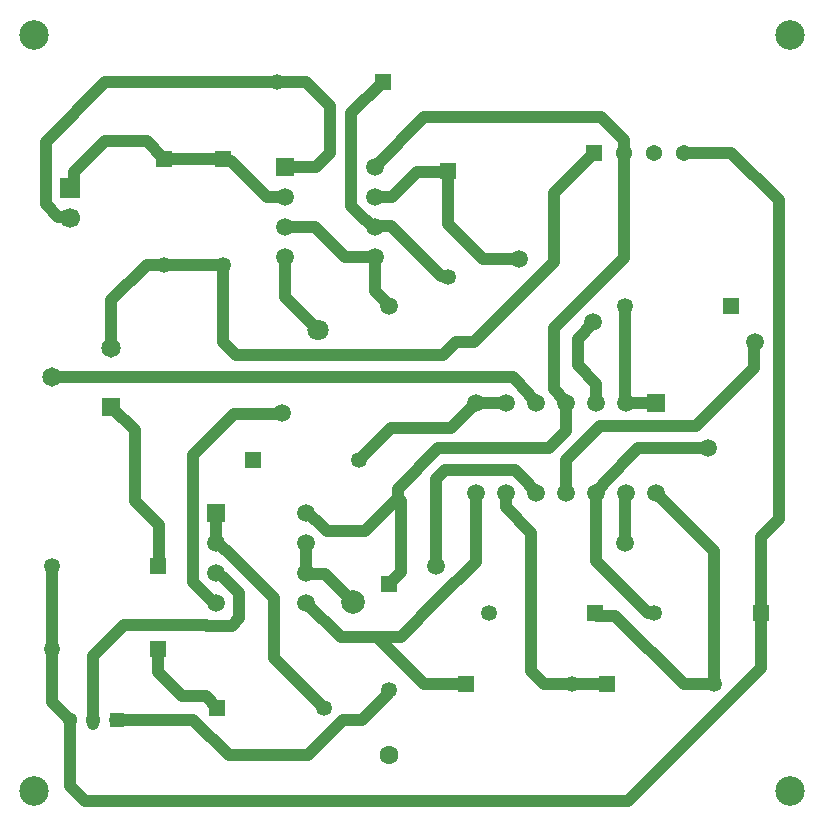
<source format=gbl>
G04*
G04 #@! TF.GenerationSoftware,Altium Limited,Altium Designer,23.1.1 (15)*
G04*
G04 Layer_Physical_Order=2*
G04 Layer_Color=16711680*
%FSLAX44Y44*%
%MOMM*%
G71*
G04*
G04 #@! TF.SameCoordinates,A873AAFA-6C65-4712-A0E8-E9F7B2878B64*
G04*
G04*
G04 #@! TF.FilePolarity,Positive*
G04*
G01*
G75*
%ADD28R,1.3000X1.3000*%
%ADD29C,1.3000*%
%ADD33C,1.0000*%
%ADD34C,1.5000*%
%ADD35R,1.5000X1.5000*%
%ADD36R,1.5000X1.5000*%
%ADD37C,1.3500*%
%ADD38R,1.3500X1.3500*%
%ADD39C,1.3700*%
%ADD40R,1.3700X1.3700*%
%ADD41C,1.7000*%
%ADD42R,1.7000X1.7000*%
%ADD43R,1.3500X1.3500*%
%ADD44C,1.6500*%
%ADD45R,1.6500X1.6500*%
%ADD46C,1.6000*%
%ADD47C,2.5000*%
%ADD48C,1.8000*%
%ADD49C,2.0000*%
D28*
X100000Y90000D02*
D03*
D29*
X80000D02*
D03*
X60000D02*
D03*
D33*
X155000Y110000D02*
X175000D01*
X185000Y100000D01*
X135000Y130000D02*
X155000Y110000D01*
X135000Y130000D02*
Y150000D01*
X261517Y60000D02*
X291517Y90000D01*
X194529Y60000D02*
X261517D01*
X164529Y90000D02*
X194529Y60000D01*
X98500Y90000D02*
X164529D01*
X307674D02*
X329330Y111656D01*
X291517Y90000D02*
X307674D01*
X60000Y33814D02*
X72958Y20856D01*
X45000Y105000D02*
X60000Y90000D01*
Y33814D02*
Y90000D01*
X45000Y105000D02*
Y150000D01*
X80000Y86185D02*
Y144142D01*
X105858Y170000D01*
X532372Y20856D02*
X645000Y133483D01*
X72958Y20856D02*
X532372D01*
X203300Y175858D02*
Y197277D01*
X175723Y169700D02*
X197142D01*
X105858Y170000D02*
X175423D01*
X175723Y169700D01*
X197142D02*
X203300Y175858D01*
X318100Y453253D02*
X330000Y441353D01*
X318100Y453253D02*
Y481900D01*
X330000Y440000D02*
Y441353D01*
X267300Y507300D02*
X292700Y481900D01*
X318100D01*
X530800Y358100D02*
X556200D01*
X554806Y283295D02*
X605000Y233100D01*
Y120000D02*
Y233100D01*
X340000Y160000D02*
X372065Y192065D01*
X320000Y160000D02*
X340000D01*
X371032Y191033D02*
X403800Y223800D01*
Y281900D01*
X370000Y220500D02*
Y294142D01*
X289200Y160000D02*
X320000D01*
X360000Y120000D02*
X395000D01*
X320000Y160000D02*
X360000Y120000D01*
X620000Y570000D02*
X660000Y530000D01*
X645000Y245000D02*
X660000Y260000D01*
Y530000D01*
X470000Y477577D02*
Y536200D01*
X402423Y410000D02*
X470000Y477577D01*
X410000Y480000D02*
X440000D01*
X386958Y410000D02*
X402423D01*
X190000Y410000D02*
X201000Y399000D01*
X375958D02*
X386958Y410000D01*
X241900Y448100D02*
Y481900D01*
X201000Y399000D02*
X375958D01*
X241900Y448100D02*
X270000Y420000D01*
X45000Y380000D02*
X434877D01*
X125000Y580000D02*
X140000Y565000D01*
X90000Y580000D02*
X125000D01*
X63500Y553500D02*
X90000Y580000D01*
X63500Y543500D02*
Y553500D01*
X60000Y540000D02*
X63500Y543500D01*
X189989Y210589D02*
X203300Y197277D01*
X164300Y314300D02*
X199090Y349090D01*
X164300Y206523D02*
X175723Y195100D01*
X164300Y206523D02*
Y314300D01*
X233104Y141896D02*
X275000Y100000D01*
X191877Y234100D02*
X233104Y192873D01*
X191053Y234100D02*
X191877D01*
X185153Y240000D02*
X191053Y234100D01*
X183800Y240000D02*
X185153D01*
X233104Y141896D02*
Y192873D01*
X199090Y349090D02*
X239090D01*
X176547Y195100D02*
X182447Y189200D01*
X175723Y195100D02*
X176547D01*
X182447Y189200D02*
X183800D01*
X239090Y349090D02*
X240000Y350000D01*
X182447Y214600D02*
X183800D01*
X529200Y480717D02*
Y570000D01*
X470000Y421517D02*
X529200Y480717D01*
X529150Y570000D02*
Y580850D01*
X480000Y358100D02*
Y359453D01*
Y334042D02*
Y358100D01*
X639388Y409388D02*
X640000Y410000D01*
X639388Y387500D02*
Y409388D01*
X590488Y338600D02*
X639388Y387500D01*
X541323Y320000D02*
X600000D01*
X543730Y338600D02*
X590488D01*
X511300Y289977D02*
X541323Y320000D01*
X505400Y224600D02*
Y283253D01*
X511300Y289153D02*
Y289977D01*
X505400Y283253D02*
X511300Y289153D01*
X508600Y338600D02*
X543729D01*
X480000Y281900D02*
Y310000D01*
X508600Y338600D01*
X465958Y320000D02*
X480000Y334042D01*
X371816Y320000D02*
X465958D01*
X543729Y338600D02*
X543730Y338600D01*
X530400Y240400D02*
Y281500D01*
X530800Y281900D01*
X530000Y240000D02*
X530400Y240400D01*
X505400Y224600D02*
X549330Y180670D01*
X554330D02*
X555000Y180000D01*
X549330Y180670D02*
X554330D01*
X429200Y269712D02*
X450500Y248412D01*
Y131011D02*
X461511Y120000D01*
X450500Y131011D02*
Y248412D01*
X429200Y269712D02*
Y281900D01*
X337535Y285719D02*
X371816Y320000D01*
X337535Y277535D02*
Y285719D01*
X454600Y281900D02*
Y283253D01*
X370000Y294142D02*
X377258Y301400D01*
X437277D01*
X448700Y289153D02*
Y289977D01*
Y289153D02*
X454600Y283253D01*
X437277Y301400D02*
X448700Y289977D01*
X310000Y250000D02*
X337535Y277535D01*
X461511Y120000D02*
X485000D01*
X505400Y358100D02*
Y374600D01*
X490000Y390000D02*
X505400Y374600D01*
X490000Y390000D02*
Y412587D01*
X503030Y425617D01*
X470000Y370277D02*
Y421517D01*
Y370277D02*
X474100Y366177D01*
Y365353D02*
X480000Y359453D01*
X474100Y365353D02*
Y366177D01*
X503030Y425617D02*
Y426970D01*
X530400Y358500D02*
X530800Y358100D01*
X530000Y440000D02*
X530400Y439600D01*
Y358500D02*
Y439600D01*
X580000Y570000D02*
X620000D01*
X403800Y358100D02*
X429200D01*
X332000Y337000D02*
X382700D01*
X305000Y310000D02*
X332000Y337000D01*
X382700D02*
X403800Y358100D01*
X448700Y365353D02*
Y366177D01*
Y365353D02*
X454600Y359453D01*
X434877Y380000D02*
X448700Y366177D01*
X454600Y358100D02*
Y359453D01*
X380000Y510000D02*
X410000Y480000D01*
X380000Y510000D02*
Y555000D01*
X340000Y215000D02*
Y275071D01*
X330000Y205000D02*
X340000Y215000D01*
X267253Y259500D02*
X268077D01*
X277577Y250000D02*
X310000D01*
X260000Y265400D02*
X261353D01*
X268077Y259500D02*
X277577Y250000D01*
X261353Y265400D02*
X267253Y259500D01*
X260957Y213643D02*
X276357D01*
X300000Y190000D01*
X260000Y214600D02*
X260957Y213643D01*
X260000Y189200D02*
X289200Y160000D01*
X260000Y214600D02*
Y240000D01*
X183800D02*
Y265400D01*
X329330Y111656D02*
Y114330D01*
X330000Y115000D01*
X45000Y150000D02*
Y220000D01*
X115000Y275000D02*
Y335000D01*
X135143Y221607D02*
Y254856D01*
X115000Y275000D02*
X135143Y254856D01*
X95000Y355000D02*
X115000Y335000D01*
X506750Y178250D02*
X521750D01*
X580000Y120000D02*
X605000D01*
X521750Y178250D02*
X580000Y120000D01*
X505000Y180000D02*
X506750Y178250D01*
X645000Y160000D02*
Y180000D01*
Y160000D02*
X645000Y160000D01*
X645000Y180000D02*
Y245000D01*
X470000Y536200D02*
X503800Y570000D01*
X318100Y558325D02*
X359775Y600000D01*
X510000D02*
X529150Y580850D01*
X359775Y600000D02*
X510000D01*
X140000Y475000D02*
X190000D01*
X125000D02*
X140000D01*
X318100Y558100D02*
Y558325D01*
X95000Y405000D02*
Y445000D01*
X125000Y475000D01*
X190000Y410000D02*
Y475000D01*
X196750Y563250D02*
X227300Y532700D01*
X241900D01*
X191750Y563250D02*
X196750D01*
X190000Y565000D02*
X191750Y563250D01*
X39500Y579500D02*
X90000Y630000D01*
X331743Y508257D02*
X374330Y465670D01*
X379330D01*
X380000Y465000D01*
X319057Y508257D02*
X331743D01*
X332700Y532700D02*
X354044Y554044D01*
X318100Y532700D02*
X332700D01*
X354044Y554044D02*
X357946D01*
Y554044D02*
X379043D01*
X310023Y513200D02*
X310847D01*
X316747Y507300D02*
X318100D01*
X310847Y513200D02*
X316747Y507300D01*
X298376Y524847D02*
X310023Y513200D01*
X298376Y524847D02*
Y603376D01*
X268376Y558100D02*
X280000Y569724D01*
X241900Y558100D02*
X268376D01*
X280000Y569724D02*
Y610000D01*
X260000Y630000D02*
X280000Y610000D01*
X318100Y507300D02*
X319057Y508257D01*
X241900Y507300D02*
X267300D01*
X379043Y554044D02*
X380000Y555000D01*
X298376Y603376D02*
X325000Y630000D01*
X235000D02*
X260000D01*
X90000D02*
X235000D01*
X39500Y526530D02*
Y579500D01*
X645000Y133483D02*
Y160000D01*
X485000Y120000D02*
X515000D01*
X39500Y526530D02*
X50090Y515939D01*
X58661D01*
X60000Y514600D01*
X140000Y565000D02*
X190000D01*
X485000Y120000D02*
X485000Y120000D01*
D34*
X403800Y281900D02*
D03*
X429200D02*
D03*
X454600D02*
D03*
X480000D02*
D03*
X505400D02*
D03*
X530800D02*
D03*
X556200D02*
D03*
X403800Y358100D02*
D03*
X429200D02*
D03*
X454600D02*
D03*
X480000D02*
D03*
X505400D02*
D03*
X530800D02*
D03*
X260000Y189200D02*
D03*
Y214600D02*
D03*
Y240000D02*
D03*
Y265400D02*
D03*
X183800Y189200D02*
D03*
Y214600D02*
D03*
Y240000D02*
D03*
X318100Y481900D02*
D03*
Y507300D02*
D03*
Y532700D02*
D03*
Y558100D02*
D03*
X241900Y481900D02*
D03*
Y507300D02*
D03*
Y532700D02*
D03*
X330000Y440000D02*
D03*
X370000Y220500D02*
D03*
X440000Y480000D02*
D03*
X640000Y410000D02*
D03*
X600000Y320000D02*
D03*
X530000Y240000D02*
D03*
X503030Y426970D02*
D03*
X240000Y350000D02*
D03*
D35*
X556200Y358100D02*
D03*
D36*
X183800Y265400D02*
D03*
X241900Y558100D02*
D03*
D37*
X305000Y310000D02*
D03*
X605000Y120000D02*
D03*
X380000Y465000D02*
D03*
X530000Y440000D02*
D03*
X190000Y475000D02*
D03*
X275000Y100000D02*
D03*
X485000Y120000D02*
D03*
X330000Y115000D02*
D03*
X415000Y180000D02*
D03*
X235000Y630000D02*
D03*
X555000Y180000D02*
D03*
X140000Y475000D02*
D03*
X45000Y150000D02*
D03*
Y220000D02*
D03*
D38*
X215000Y310000D02*
D03*
X515000Y120000D02*
D03*
X620000Y440000D02*
D03*
X185000Y100000D02*
D03*
X395000Y120000D02*
D03*
X505000Y180000D02*
D03*
X325000Y630000D02*
D03*
X645000Y180000D02*
D03*
X135000Y150000D02*
D03*
Y220000D02*
D03*
D39*
X580000Y570000D02*
D03*
X554600D02*
D03*
X529200D02*
D03*
D40*
X503800D02*
D03*
D41*
X60000Y514600D02*
D03*
D42*
Y540000D02*
D03*
D43*
X380000Y555000D02*
D03*
X190000Y565000D02*
D03*
X330000Y205000D02*
D03*
X140000Y565000D02*
D03*
D44*
X95000Y405000D02*
D03*
X45000Y380000D02*
D03*
D45*
X95000Y355000D02*
D03*
D46*
X330000Y60000D02*
D03*
D47*
X30000Y30000D02*
D03*
X670000D02*
D03*
Y670000D02*
D03*
X30000D02*
D03*
D48*
X270000Y420000D02*
D03*
D49*
X300000Y190000D02*
D03*
M02*

</source>
